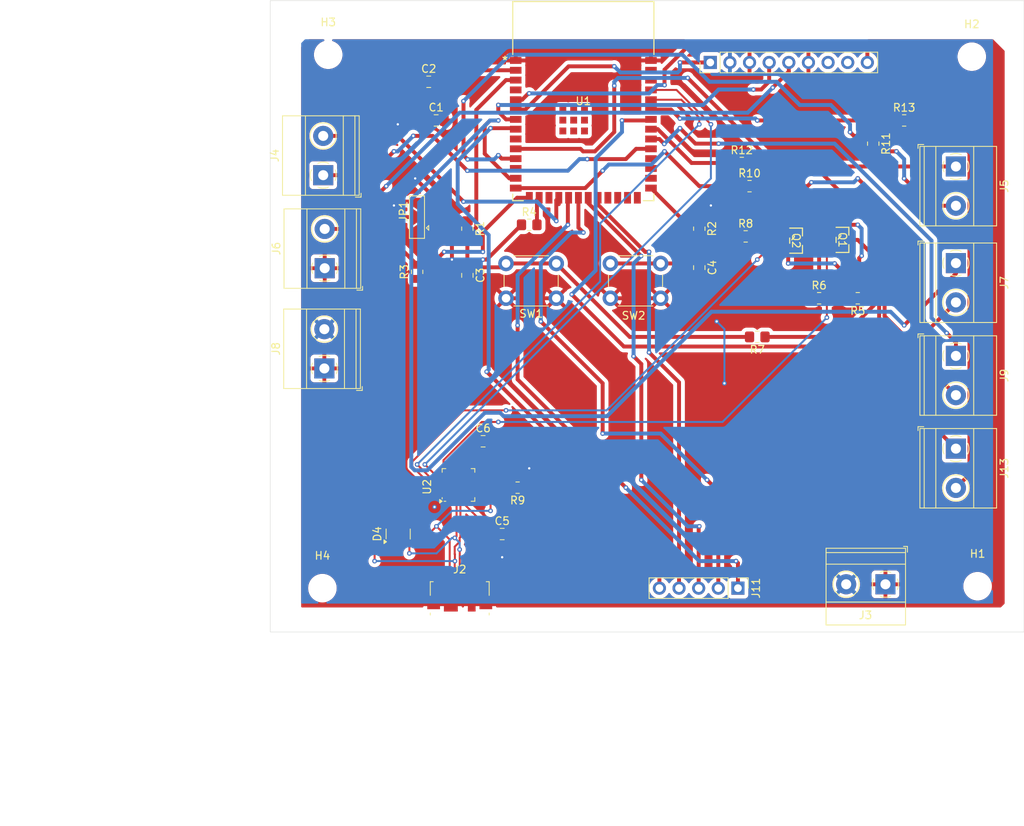
<source format=kicad_pcb>
(kicad_pcb (version 20240108) (generator "pcbnew") (generator_version "8.0")
  (layers (0 "F.Cu" signal) (31 "B.Cu" signal) (34 "B.Paste" user) (35 "F.Paste" user) (36 "B.SilkS" user "B.Silkscreen") (37 "F.SilkS" user "F.Silkscreen") (38 "B.Mask" user) (39 "F.Mask" user) (44 "Edge.Cuts" user))
  (net 0 "")
  (net 1 "+3V3")
  (net 2 "/CHIP_PU")
  (net 3 "/GPIO0_STRAPPING")
  (net 4 "Net-(U2-VPP)")
  (net 5 "+5V")
  (net 6 "GND")
  (net 8 "/UWBINT")
  (net 11 "/D+")
  (net 12 "/D-")
  (net 15 "Net-(U2-~{RST})")
  (net 17 "Net-(JP1-C)")
  (net 18 "/temp_Sensor")
  (net 21 "/pH_Sensor")
  (net 22 "/RTS")
  (net 23 "/DTR")
  (net 24 "/GPIO3_STRAPPING")
  (net 25 "/GPIO46_STRAPPING")
  (net 26 "/MOTOR4PWM")
  (net 29 "/Moisture_Sensor_Output")
  (net 30 "/MOTOR4FG")
  (net 31 "/LINACT+")
  (net 32 "/MOTOR2FG")
  (net 33 "/LINACT-")
  (net 35 "/UWBMOSI")
  (net 36 "/MOTOR1FG")
  (net 37 "/MOTOR1PWM")
  (net 40 "/RXD")
  (net 41 "/UWBMISO")
  (net 44 "/MOTOR3FG")
  (net 45 "/MOTOR2PWM")
  (net 46 "/UWBCLK")
  (net 47 "/TXD")
  (net 48 "/UWBCS")
  (net 50 "/MOTOR3PWM")
  (net 53 "Net-(U1-IO18)")
  (net 63 "+VBUS")
  (net 64 "Net-(Q1-Pad1)")
  (net 65 "Net-(Q2-Pad1)")
  (net 66 "Net-(Q1-Pad3)")
  (net 67 "Net-(Q2-Pad3)")
  (net 68 "Net-(U1-IO42)")
  (net 69 "Net-(U1-IO40)")
  (net 70 "Net-(U1-IO20)")
  (footprint "TerminalBlock_Phoenix:TerminalBlock_Phoenix_MKDS-1,5-2-5.08_1x02_P5.08mm_Horizontal" (layer "F.Cu") (at 37 73.08 90)
    (property "Reference" "J8")
    (property "Value" "Screw_Terminal_01x02")
  )
  (footprint "MountingHole:MountingHole_3.2mm_M3" (layer "F.Cu") (at 37.5 32.5)
    (property "Reference" "H3")
    (property "Value" "MountingHole")
  )
  (footprint "Resistor_SMD:R_0805_2012Metric_Pad1.20x1.40mm_HandSolder" (layer "F.Cu") (at 91.5 56)
    (property "Reference" "R8")
    (property "Value" "10k")
  )
  (footprint "Capacitor_SMD:C_0805_2012Metric_Pad1.18x1.45mm_HandSolder" (layer "F.Cu") (at 51.4625 41)
    (property "Reference" "C1")
    (property "Value" "10 uF")
  )
  (footprint "Resistor_SMD:R_0805_2012Metric_Pad1.20x1.40mm_HandSolder" (layer "F.Cu") (at 106 64 180)
    (property "Reference" "R5")
    (property "Value" "10k")
  )
  (footprint "Resistor_SMD:R_0805_2012Metric_Pad1.20x1.40mm_HandSolder" (layer "F.Cu") (at 62 88.5 180)
    (property "Reference" "R9")
    (property "Value" "4.7k")
  )
  (footprint "SS8050-G:TRAN_SS8050-G_CIP" (layer "F.Cu") (at 104.020999 56.450001 -90)
    (property "Reference" "Q1")
    (property "Value" "SS8050-G")
  )
  (footprint "Capacitor_SMD:C_0805_2012Metric_Pad1.18x1.45mm_HandSolder" (layer "F.Cu") (at 57.5375 82.5)
    (property "Reference" "C6")
    (property "Value" "4.7uF")
  )
  (footprint "TerminalBlock_Phoenix:TerminalBlock_Phoenix_MKDS-1,5-2-5.08_1x02_P5.08mm_Horizontal" (layer "F.Cu") (at 118.695 71.455 -90)
    (property "Reference" "J9")
    (property "Value" "MOTOR3SIGNAL")
  )
  (footprint "MountingHole:MountingHole_3.2mm_M3" (layer "F.Cu") (at 120.75 32.75)
    (property "Reference" "H2")
    (property "Value" "MountingHole")
  )
  (footprint "Resistor_SMD:R_0805_2012Metric_Pad1.20x1.40mm_HandSolder" (layer "F.Cu") (at 91 46.5)
    (property "Reference" "R12")
    (property "Value" "5k")
  )
  (footprint "Package_TO_SOT_SMD:SOT-143" (layer "F.Cu") (at 46.55 94.5 90)
    (property "Reference" "D4")
    (property "Value" "SP0503BAHT")
  )
  (footprint "TerminalBlock_Phoenix:TerminalBlock_Phoenix_MKDS-1,5-2-5.08_1x02_P5.08mm_Horizontal" (layer "F.Cu") (at 37.045 60.115 90)
    (property "Reference" "J6")
    (property "Value" "Screw_Terminal_01x02")
  )
  (footprint "Connector_USB:USB_Micro-B_Molex_47346-0001" (layer "F.Cu") (at 54.5125 102.375)
    (property "Reference" "J2")
    (property "Value" "USB_B_Micro")
  )
  (footprint "Capacitor_SMD:C_0805_2012Metric_Pad1.18x1.45mm_HandSolder" (layer "F.Cu") (at 55.5 61.0375 -90)
    (property "Reference" "C3")
    (property "Value" "1 uF")
  )
  (footprint "Resistor_SMD:R_0805_2012Metric_Pad1.20x1.40mm_HandSolder" (layer "F.Cu") (at 92 49.5)
    (property "Reference" "R10")
    (property "Value" "5k")
  )
  (footprint "Resistor_SMD:R_0805_2012Metric_Pad1.20x1.40mm_HandSolder" (layer "F.Cu") (at 93 69 180)
    (property "Reference" "R7")
    (property "Value" "10k")
  )
  (footprint "TerminalBlock_Phoenix:TerminalBlock_Phoenix_MKDS-1,5-2-5.08_1x02_P5.08mm_Horizontal" (layer "F.Cu") (at 109.58 101 180)
    (property "Reference" "J3")
    (property "Value" "Moisture_Power")
  )
  (footprint "Resistor_SMD:R_0805_2012Metric_Pad1.20x1.40mm_HandSolder" (layer "F.Cu") (at 55.5 55 -90)
    (property "Reference" "R1")
    (property "Value" "100k")
  )
  (footprint "Package_DFN_QFN:QFN-24-1EP_4x4mm_P0.5mm_EP2.6x2.6mm" (layer "F.Cu") (at 54.35 88.15 90)
    (property "Reference" "U2")
    (property "Value" "CP2104")
  )
  (footprint "Capacitor_SMD:C_0805_2012Metric_Pad1.18x1.45mm_HandSolder" (layer "F.Cu") (at 50.5 36)
    (property "Reference" "C2")
    (property "Value" "100 uF")
  )
  (footprint "Connector_PinHeader_2.54mm:PinHeader_1x05_P2.54mm_Vertical" (layer "F.Cu") (at 90.5 101.5 -90)
    (property "Reference" "J11")
    (property "Value" "UWB SIGNALS")
  )
  (footprint "Resistor_SMD:R_0805_2012Metric_Pad1.20x1.40mm_HandSolder" (layer "F.Cu") (at 101 64)
    (property "Reference" "R6")
    (property "Value" "10k")
  )
  (footprint "TerminalBlock_Phoenix:TerminalBlock_Phoenix_MKDS-1,5-2-5.08_1x02_P5.08mm_Horizontal" (layer "F.Cu") (at 118.695 46.955 -90)
    (property "Reference" "J5")
    (property "Value" "MOTOR1SIGNAL")
  )
  (footprint "Capacitor_SMD:C_0805_2012Metric_Pad1.18x1.45mm_HandSolder" (layer "F.Cu") (at 60 94.5)
    (property "Reference" "C5")
    (property "Value" "10uF")
  )
  (footprint "MountingHole:MountingHole_3.2mm_M3" (layer "F.Cu") (at 36.75 101.5)
    (property "Reference" "H4")
    (property "Value" "MountingHole")
  )
  (footprint "Button_Switch_THT:SW_PUSH_6mm_H5mm" (layer "F.Cu") (at 80.5 64 180)
    (property "Reference" "SW2")
    (property "Value" "SW_Push")
  )
  (footprint "TerminalBlock_Phoenix:TerminalBlock_Phoenix_MKDS-1,5-2-5.08_1x02_P5.08mm_Horizontal" (layer "F.Cu") (at 36.85 48.08 90)
    (property "Reference" "J4")
    (property "Value" "LINEAR ACTUATOR SIGNAL")
  )
  (footprint "TerminalBlock_Phoenix:TerminalBlock_Phoenix_MKDS-1,5-2-5.08_1x02_P5.08mm_Horizontal" (layer "F.Cu") (at 118.695 83.455 -90)
    (property "Reference" "J13")
    (property "Value" "MOTOR4SIGNAL")
  )
  (footprint "TerminalBlock_Phoenix:TerminalBlock_Phoenix_MKDS-1,5-2-5.08_1x02_P5.08mm_Horizontal" (layer "F.Cu") (at 118.695 59.455 -90)
    (property "Reference" "J7")
    (property "Value" "MOTOR2SIGNAL")
  )
  (footprint "Resistor_SMD:R_0805_2012Metric_Pad1.20x1.40mm_HandSolder" (layer "F.Cu") (at 63.5 54.5)
    (property "Reference" "R4")
    (property "Value" "1k")
  )
  (footprint "ESP32:ESP32-S3-WROOM-1_EXP" (layer "F.Cu") (at 70.5 38.5)
    (property "Reference" "U1")
    (property "Value" "ESP32-S3-WROOM-1")
  )
  (footprint "Button_Switch_THT:SW_PUSH_6mm_H5mm" (layer "F.Cu") (at 67 64 180)
    (property "Reference" "SW1")
    (property "Value" "SW_Push")
  )
  (footprint "Jumper:SolderJumper-3_P2.0mm_Open_TrianglePad1.0x1.5mm" (layer "F.Cu") (at 49 53.5 90)
    (property "Reference" "JP1")
    (property "Value" "SolderJumper_3_Open")
  )
  (footprint "MountingHole:MountingHole_3.2mm_M3" (layer "F.Cu") (at 121.5 101.25)
    (property "Reference" "H1")
    (property "Value" "MountingHole")
  )
  (footprint "Connector_PinHeader_2.54mm:PinHeader_1x09_P2.54mm_Vertical" (layer "F.Cu") (at 86.92 33.5 90)
    (property "Reference" "J10" (hide yes))
    (property "Value" "SENSORS")
  )
  (footprint "Resistor_SMD:R_0805_2012Metric_Pad1.20x1.40mm_HandSolder" (layer "F.Cu") (at 112 41)
    (property "Reference" "R13")
    (property "Value" "5k")
  )
  (footprint "Capacitor_SMD:C_0805_2012Metric_Pad1.18x1.45mm_HandSolder" (layer "F.Cu") (at 85.5 60.0375 -90)
    (property "Reference" "C4")
    (property "Value" "1 uF")
  )
  (footprint "Resistor_SMD:R_0805_2012Metric_Pad1.20x1.40mm_HandSolder" (layer "F.Cu") (at 85.5 55 -90)
    (property "Reference" "R2")
    (property "Value" "100k")
  )
  (footprint "Resistor_SMD:R_0805_2012Metric_Pad1.20x1.40mm_HandSolder" (layer "F.Cu") (at 108 44 -90)
    (property "Reference" "R11")
    (property "Value" "5k")
  )
  (footprint "Resistor_SMD:R_0805_2012Metric" (layer "F.Cu") (at 49 60.5875 90)
    (property "Reference" "R3")
    (property "Value" "1k")
  )
  (footprint "SS8050-G:TRAN_SS8050-G_CIP" (layer "F.Cu") (at 98.020999 56.549999 -90)
    (property "Reference" "Q2")
    (property "Value" "SS8050-G")
  )
  (gr_rect (start 30 25.5) (end 127.5 107.171109) (stroke (width 0.05)) (fill none) (layer "Edge.Cuts"))
  (segment (start 85.5 53.5) (end 87 52) (width 0.508) (layer "F.Cu") (net 1))
  (segment (start 55.1 90.0875) (end 55.6 90.0875) (width 0.254) (layer "F.Cu") (net 1))
  (segment (start 58.9625 94.5) (end 55.1 90.6375) (width 0.254) (layer "F.Cu") (net 1))
  (segment (start 85.5 54) (end 85.5 53.5) (width 0.508) (layer "F.Cu") (net 1))
  (segment (start 55.1 90.6375) (end 55.1 90.0875) (width 0.254) (layer "F.Cu") (net 1))
  (segment (start 55.6 90.0875) (end 56.2875 89.4) (width 0.254) (layer "F.Cu") (net 1))
  (segment (start 53.375 53.125) (end 48.75 48.5) (width 0.508) (layer "F.Cu") (net 1))
  (segment (start 63 88.5) (end 63 86.5) (width 0.254) (layer "F.Cu") (net 1))
  (segment (start 61.75 34.51) (end 50.9525 34.51) (width 0.508) (layer "F.Cu") (net 1))
  (segment (start 46.5 51.5) (end 46 52) (width 0.508) (layer "F.Cu") (net 1))
  (segment (start 49 51.5) (end 46.5 51.5) (width 0.508) (layer "F.Cu") (net 1))
  (segment (start 49.4625 36) (end 49.4625 40.0375) (width 0.508) (layer "F.Cu") (net 1))
  (segment (start 50.425 41) (end 47 41) (width 0.508) (layer "F.Cu") (net 1))
  (segment (start 55.5 54) (end 54.25 54) (width 0.508) (layer "F.Cu") (net 1))
  (segment (start 54.25 54) (end 53.375 53.125) (width 0.508) (layer "F.Cu") (net 1))
  (segment (start 57.5 59) (end 58 59) (width 0.508) (layer "F.Cu") (net 1))
  (segment (start 58.9625 94.5) (end 58.9625 96.4625) (width 0.254) (layer "F.Cu") (net 1))
  (segment (start 47 41) (end 46.5 41.5) (width 0.508) (layer "F.Cu") (net 1))
  (segment (start 49.4625 40.0375) (end 50.425 41) (width 0.508) (layer "F.Cu") (net 1))
  (segment (start 50.9525 34.51) (end 49.4625 36) (width 0.508) (layer "F.Cu") (net 1))
  (segment (start 53.5 59) (end 53.5 53.25) (width 0.508) (layer "F.Cu") (net 1))
  (segment (start 58 59) (end 62.5 54.5) (width 0.508) (layer "F.Cu") (net 1))
  (segment (start 58.9625 96.4625) (end 60 97.5) (width 0.254) (layer "F.Cu") (net 1))
  (segment (start 53.5 53.25) (end 53.375 53.125) (width 0.508) (layer "F.Cu") (net 1))
  (segment (start 63 86.5) (end 63.5 86) (width 0.254) (layer "F.Cu") (net 1))
  (via (at 87 52) (size 0.6) (drill 0.3) (layers "F.Cu" "B.Cu") (net 1))
  (via (at 60 97.5) (size 0.6) (drill 0.3) (layers "F.Cu" "B.Cu") (net 1))
  (via (at 53.5 59) (size 0.6) (drill 0.3) (layers "F.Cu" "B.Cu") (net 1))
  (via (at 46.5 41.5) (size 0.6) (drill 0.3) (layers "F.Cu" "B.Cu") (net 1))
  (via (at 63.5 86) (size 0.6) (drill 0.3) (layers "F.Cu" "B.Cu") (net 1))
  (via (at 57.5 59) (size 0.6) (drill 0.3) (layers "F.Cu" "B.Cu") (net 1))
  (via (at 48.75 48.5) (size 0.6) (drill 0.3) (layers "F.Cu" "B.Cu") (net 1))
  (via (at 46 52) (size 0.6) (drill 0.3) (layers "F.Cu" "B.Cu") (net 1))
  (segment (start 57.5 59) (end 53.5 59) (width 0.508) (layer "B.Cu") (net 1))
  (segment (start 55.5 60) (end 60 60) (width 0.508) (layer "F.Cu") (net 2))
  (segment (start 55.5 60) (end 55.5 56) (width 0.508) (layer "F.Cu") (net 2))
  (segment (start 55.5 56) (end 56.654 54.846) (width 0.508) (layer "F.Cu") (net 2))
  (segment (start 56.654 54.846) (end 56.654 39.6187) (width 0.508) (layer "F.Cu") (net 2))
  (segment (start 56.654 39.6187) (end 60.4927 35.78) (width 0.508) (layer "F.Cu") (net 2))
  (segment (start 76.5 69) (end 67 59.5) (width 0.508) (layer "F.Cu") (net 2))
  (segment (start 92 69) (end 76.5 69) (width 0.508) (layer "F.Cu") (net 2))
  (segment (start 60.5 59.5) (end 67 59.5) (width 0.508) (layer "F.Cu") (net 2))
  (segment (start 60.4927 35.78) (end 61.75 35.78) (width 0.508) (layer "F.Cu") (net 2))
  (segment (start 60 60) (end 60.5 59.5) (width 0.508) (layer "F.Cu") (net 2))
  (segment (start 84.5 59) (end 84 59.5) (width 0.508) (layer "F.Cu") (net 3))
  (segment (start 74 59.5) (end 80.5 59.5) (width 0.508) (layer "F.Cu") (net 3))
  (segment (start 85.5 56) (end 79.25 49.75) (width 0.508) (layer "F.Cu") (net 3))
  (segment (start 84 59.5) (end 80.5 59.5) (width 0.508) (layer "F.Cu") (net 3))
  (segment (start 90.5 56) (end 85.5 56) (width 0.508) (layer "F.Cu") (net 3))
  (segment (start 85.5 59) (end 84.5 59) (width 0.508) (layer "F.Cu") (net 3))
  (segment (start 85.5 56) (end 85.5 59) (width 0.508) (layer "F.Cu") (net 3))
  (segment (start 55.847432 82.5) (end 54.1 84.247432) (width 0.254) (layer "F.Cu") (net 4))
  (segment (start 54.1 84.247432) (end 54.1 86.2125) (width 0.254) (layer "F.Cu") (net 4))
  (segment (start 56.5 82.5) (end 55.847432 82.5) (width 0.254) (layer "F.Cu") (net 4))
  (segment (start 97.08 34.674) (end 95 36.754) (width 0.508) (layer "F.Cu") (net 5))
  (segment (start 97.08 33.5) (end 97.08 34.674) (width 0.508) (layer "F.Cu") (net 5))
  (segment (start 39.465 55.035) (end 45 49.5) (width 0.508) (layer "F.Cu") (net 5))
  (segment (start 37.045 55.035) (end 39.465 55.035) (width 0.508) (layer "F.Cu") (net 5))
  (via (at 45 49.5) (size 0.6) (drill 0.3) (layers "F.Cu" "B.Cu") (net 5))
  (via (at 95 36.754) (size 0.6) (drill 0.3) (layers "F.Cu" "B.Cu") (net 5))
  (segment (start 91.754 40) (end 54.5 40) (width 0.508) (layer "B.Cu") (net 5))
  (segment (start 45 49.5) (end 54.5 40) (width 0.508) (layer "B.Cu") (net 5))
  (segment (start 95 36.754) (end 91.754 40) (width 0.508) (layer "B.Cu") (net 5))
  (segment (start 53.6 90.0875) (end 53.6 90.552568) (width 0.254) (layer "F.Cu") (net 6))
  (segment (start 74 64) (end 80.5 64) (width 0.508) (layer "F.Cu") (net 6))
  (segment (start 54.35 88.15) (end 53.6 88.9) (width 0.254) (layer "F.Cu") (net 6))
  (segment (start 53.6 90.552568) (end 53.152568 91) (width 0.254) (layer "F.Cu") (net 6))
  (segment (start 60.5 64) (end 67 64) (width 0.508) (layer "F.Cu") (net 6))
  (segment (start 53.152568 91) (end 51.25 91) (width 0.254) (layer "F.Cu") (net 6))
  (segment (start 53.6 88.9) (end 53.6 90.0875) (width 0.254) (layer "F.Cu") (net 6))
  (via (at 88.75 75) (size 0.6) (drill 0.3) (layers "F.Cu" "B.Cu") (net 6))
  (via (at 87.75 67) (size 0.6) (drill 0.3) (layers "F.Cu" "B.Cu") (net 6))
  (via (at 51.25 91) (size 0.6) (drill 0.3) (layers "F.Cu" "B.Cu") (net 6))
  (segment (start 87.75 67) (end 88.75 68) (width 0.254) (layer "B.Cu") (net 6))
  (segment (start 88.75 68) (end 88.75 75) (width 0.254) (layer "B.Cu") (net 6))
  (segment (start 80.34 101.5) (end 80.34 95.84) (width 0.508) (layer "F.Cu") (net 8))
  (segment (start 61.62 42) (end 61.75 42.13) (width 0.508) (layer "F.Cu") (net 8))
  (segment (start 80.34 95.84) (end 58 73.5) (width 0.508) (layer "F.Cu") (net 8))
  (segment (start 58.5 42) (end 61.62 42) (width 0.508) (layer "F.Cu") (net 8))
  (via (at 58.5 42) (size 0.6) (drill 0.3) (layers "F.Cu" "B.Cu") (net 8))
  (via (at 58 73.5) (size 0.6) (drill 0.3) (layers "F.Cu" "B.Cu") (net 8))
  (segment (start 58.254 55.820318) (end 54.246 51.812318) (width 0.508) (layer "B.Cu") (net 8))
  (segment (start 54.246 51.812318) (end 54.246 46.254) (width 0.508) (layer "B.Cu") (net 8))
  (segment (start 58.254 73.246) (end 58.254 55.820318) (width 0.508) (layer "B.Cu") (net 8))
  (segment (start 58 73.5) (end 58.254 73.246) (width 0.508) (layer "B.Cu") (net 8))
  (segment (start 54.246 46.254) (end 58.5 42) (width 0.508) (layer "B.Cu") (net 8))
  (segment (start 48 96) (end 47.5 95.5) (width 0.254) (layer "F.Cu") (net 11))
  (segment (start 54.1 94.776722) (end 54.1 90.0875) (width 0.254) (layer "F.Cu") (net 11))
  (segment (start 48 97) (end 48 96) (width 0.254) (layer "F.Cu") (net 11))
  (segment (start 54.5125 100.915) (end 54.5125 96.5125) (width 0.254) (layer "F.Cu") (net 11))
  (segment (start 53.873 95.003722) (end 54.1 94.776722) (width 0.254) (layer "F.Cu") (net 11))
  (segment (start 54.5125 96.5125) (end 54.5 96.5) (width 0.254) (layer "F.Cu") (net 11))
  (via (at 48 97) (size 0.6) (drill 0.3) (layers "F.Cu" "B.Cu") (net 11))
  (via (at 53.873 95.003722) (size 0.6) (drill 0.3) (layers "F.Cu" "B.Cu") (net 11))
  (via (at 54.5 96.5) (size 0.6) (drill 0.3) (layers "F.Cu" "B.Cu") (net 11))
  (segment (start 54.5 95.630722) (end 53.873 95.003722) (width 0.254) (layer "B.Cu") (net 11))
  (segment (start 51.507444 97) (end 48 97) (width 0.254) (layer "B.Cu") (net 11))
  (segment (start 53.503722 95.003722) (end 51.507444 97) (width 0.254) (layer "B.Cu") (net 11))
  (segment (start 53.873 95.003722) (end 53.503722 95.003722) (width 0.254) (layer "B.Cu") (net 11))
  (segment (start 54.5 96.5) (end 54.5 95.630722) (width 0.254) (layer "B.Cu") (net 11))
  (segment (start 43 93) (end 44 92) (width 0.254) (layer "F.Cu") (net 12))
  (segment (start 53.8625 97.0915) (end 53.8625 96.1375) (width 0.254) (layer "F.Cu") (net 12))
  (segment (start 53.8855 97.1145) (end 53.8625 97.0915) (width 0.254) (layer "F.Cu") (net 12))
  (segment (start 46 92) (end 47.5 93.5) (width 0.254) (layer "F.Cu") (net 12))
  (segment (start 53.8625 98.023) (end 53.8855 98) (width 0.254) (layer "F.Cu") (net 12))
  (segment (start 53.8625 96.1375) (end 54.5 95.5) (width 0.254) (layer "F.Cu") (net 12))
  (segment (start 54.5 95) (end 54.6 94.9) (width 0.254) (layer "F.Cu") (net 12))
  (segment (start 43.5 98) (end 43.5 95.5) (width 0.254) (layer "F.Cu") (net 12))
  (segment (start 54.5 95.5) (end 54.5 95) (width 0.254) (layer "F.Cu") (net 12))
  (segment (start 44 92) (end 46 92) (width 0.254) (layer "F.Cu") (net 12))
  (segment (start 43 95) (end 43 93) (width 0.254) (layer "F.Cu") (net 12))
  (segment (start 43.5 95.5) (end 43 95) (width 0.254) (layer "F.Cu") (net 12))
  (segment (start 53.8625 100.915) (end 53.8625 98.023) (width 0.254) (layer "F.Cu") (net 12))
  (segment (start 53.8855 98) (end 53.8855 97.1145) (width 0.254) (layer "F.Cu") (net 12))
  (segment (start 54.6 94.9) (end 54.6 90.0875) (width 0.254) (layer "F.Cu") (net 12))
  (via (at 43.5 98) (size 0.6) (drill 0.3) (layers "F.Cu" "B.Cu") (net 12))
  (via (at 53.8855 98) (size 0.6) (drill 0.3) (layers "F.Cu" "B.Cu") (net 12))
  (segment (start 53.8855 98) (end 43.5 98) (width 0.254) (layer "B.Cu") (net 12))
  (segment (start 60.5 88.5) (end 60.4 88.4) (width 0.254) (layer "F.Cu") (net 15))
  (segment (start 61 88.5) (end 60.5 88.5) (width 0.254) (layer "F.Cu") (net 15))
  (segment (start 60.4 88.4) (end 56.2875 88.4) (width 0.254) (layer "F.Cu") (net 15))
  (segment (start 47 53.5) (end 49 53.5) (width 0.508) (layer "F.Cu") (net 17))
  (segment (start 46.5 57.175) (end 49 59.675) (width 0.508) (layer "F.Cu") (net 17))
  (segment (start 46.5 54) (end 47 53.5) (width 0.508) (layer "F.Cu") (net 17))
  (segment (start 46.5 54) (end 46.5 57.175) (width 0.508) (layer "F.Cu") (net 17))
  (segment (start 59.5 39.8673) (end 60.4927 40.86) (width 0.508) (layer "F.Cu") (net 18))
  (segment (start 94.54 35.96) (end 93.5 37) (width 0.508) (layer "F.Cu") (net 18))
  (segment (start 94.54 33.5) (end 94.54 35.96) (width 0.508) (layer "F.Cu") (net 18))
  (segment (start 93.5 37) (end 92.5 37) (width 0.508) (layer "F.Cu") (net 18))
  (segment (start 60.4927 40.86) (end 61.75 40.86) (width 0.508) (layer "F.Cu") (net 18))
  (segment (start 59.5 39) (end 59.5 39.8673) (width 0.508) (layer "F.Cu") (net 18))
  (via (at 92.5 37) (size 0.6) (drill 0.3) (layers "F.Cu" "B.Cu") (net 18))
  (via (at 59.5 39) (size 0.6) (drill 0.3) (layers "F.Cu" "B.Cu") (net 18))
  (segment (start 88 37) (end 86 39) (width 0.508) (layer "B.Cu") (net 18))
  (segment (start 86 39) (end 59.5 39) (width 0.508) (layer "B.Cu") (net 18))
  (segment (start 92.5 37) (end 88 37) (width 0.508) (layer "B.Cu") (net 18))
  (segment (start 68.5973 34) (end 63.0073 39.59) (width 0.508) (layer "F.Cu") (net 21))
  (segment (start 63.0073 39.59) (end 61.75 39.59) (width 0.508) (layer "F.Cu") (net 21))
  (segment (start 74.5 34) (end 68.5973 34) (width 0.508) (layer "F.Cu") (net 21))
  (segment (start 86.92 33.5) (end 83 33.5) (width 0.508) (layer "F.Cu") (net 21))
  (via (at 83 33.5) (size 0.6) (drill 0.3) (layers "F.Cu" "B.Cu") (net 21))
  (via (at 74.5 34) (size 0.6) (drill 0.3) (layers "F.Cu" "B.Cu") (net 21))
  (segment (start 75.292 34.792) (end 74.5 34) (width 0.508) (layer "B.Cu") (net 21))
  (segment (start 83 34.5) (end 82.708 34.792) (width 0.508) (layer "B.Cu") (net 21))
  (segment (start 82.708 34.792) (end 75.292 34.792) (width 0.508) (layer "B.Cu") (net 21))
  (segment (start 83 33.5) (end 83 34.5) (width 0.508) (layer "B.Cu") (net 21))
  (segment (start 52.4125 84.952072) (end 57.364572 80) (width 0.254) (layer "F.Cu") (net 22))
  (segment (start 102 64) (end 102 63.5) (width 0.508) (layer "F.Cu") (net 22))
  (segment (start 57.364572 80) (end 59.5 80) (width 0.254) (layer "F.Cu") (net 22))
  (segment (start 52.4125 86.9) (end 52.4125 84.952072) (width 0.254) (layer "F.Cu") (net 22))
  (segment (start 102 58.400002) (end 103 57.400002) (width 0.254) (layer "F.Cu") (net 22))
  (segment (start 102 66.5) (end 102 64) (width 0.254) (layer "F.Cu") (net 22))
  (segment (start 102 64) (end 102 58.400002) (width 0.254) (layer "F.Cu") (net 22))
  (via (at 59.5 80) (size 0.6) (drill 0.3) (layers "F.Cu" "B.Cu") (net 22))
  (via (at 102 66.5) (size 0.6) (drill 0.3) (layers "F.Cu" "B.Cu") (net 22))
  (segment (start 59.5 80) (end 88.5 80) (width 0.254) (layer "B.Cu") (net 22))
  (segment (start 88.5 80) (end 102 66.5) (width 0.254) (layer "B.Cu") (net 22))
  (segment (start 48.373 85.759712) (end 48.373 85.127) (width 0.254) (layer "F.Cu") (net 23))
  (segment (start 105 64) (end 105 61.5) (width 0.508) (layer "F.Cu") (net 23))
  (segment (start 48.373 85.127) (end 55 78.5) (width 0.254) (layer "F.Cu") (net 23))
  (segment (start 52.4125 88.9) (end 51.513288 88.9) (width 0.254) (layer "F.Cu") (net 23))
  (segment (start 105 61.5) (end 103 59.5) (width 0.508) (layer "F.Cu") (net 23))
  (segment (start 93 59) (end 94.5 57.5) (width 0.254) (layer "F.Cu") (net 23))
  (segment (start 51.513288 88.9) (end 48.373 85.759712) (width 0.254) (layer "F.Cu") (net 23))
  (segment (start 55 78.5) (end 60.5 78.5) (width 0.254) (layer "F.Cu") (net 23))
  (segment (start 94.5 57.5) (end 97 57.5) (width 0.254) (layer "F.Cu") (net 23))
  (segment (start 97 59.5) (end 97 57.5) (width 0.508) (layer "F.Cu") (net 23))
  (via (at 103 59.5) (size 0.6) (drill 0.3) (layers "F.Cu" "B.Cu") (net 23))
  (via (at 93 59) (size 0.6) (drill 0.3) (layers "F.Cu" "B.Cu") (net 23))
  (via (at 60.5 78.5) (size 0.6) (drill 0.3) (layers "F.Cu" "B.Cu") (net 23))
  (via (at 97 59.5) (size 0.6) (drill 0.3) (layers "F.Cu" "B.Cu") (net 23))
  (segment (start 92 60) (end 93 59) (width 0.254) (layer "B.Cu") (net 23))
  (segment (start 73.5 78.5) (end 92 60) (width 0.254) (layer "B.Cu") (net 23))
  (segment (start 60.5 78.5) (end 73.5 78.5) (width 0.254) (layer "B.Cu") (net 23))
  (segment (start 103 59.5) (end 97 59.5) (width 0.508) (layer "B.Cu") (net 23))
  (segment (start 61.933682 51) (end 63.515 51) (width 0.508) (layer "F.Cu") (net 24))
  (segment (start 57.5 55.433682) (end 61.933682 51) (width 0.508) (layer "F.Cu") (net 24))
  (segment (start 57.5 58) (end 57.5 55.433682) (width 0.508) (layer "F.Cu") (net 24))
  (segment (start 49 61.5) (end 52.5 58) (width 0.508) (layer "F.Cu") (net 24))
  (via (at 57.5 58) (size 0.6) (drill 0.3) (layers "F.Cu" "B.Cu") (net 24))
  (via (at 52.5 58) (size 0.6) (drill 0.3) (layers "F.Cu" "B.Cu") (net 24))
  (segment (start 52.5 58) (end 57.5 58) (width 0.508) (layer "B.Cu") (net 24))
  (segment (start 64.5 51.285) (end 64.785 51) (width 0.508) (layer "F.Cu") (net 25))
  (segment (start 64.5 54.5) (end 64.5 51.285) (width 0.508) (layer "F.Cu") (net 25))
  (segment (start 118.695 83.455) (end 105.486 70.246) (width 0.508) (layer "F.Cu") (net 26))
  (segment (start 75.746 70.246) (end 69 63.5) (width 0.508) (layer "F.Cu") (net 26))
  (segment (start 105.486 70.246) (end 75.746 70.246) (width 0.508) (layer "F.Cu") (net 26))
  (segment (start 79.11 41) (end 79.25 40.86) (width 0.508) (layer "F.Cu") (net 26))
  (segment (start 75.5 41) (end 79.11 41) (width 0.508) (layer "F.Cu") (net 26))
  (via (at 75.5 41) (size 0.6) (drill 0.3) (layers "F.Cu" "B.Cu") (net 26))
  (via (at 69 63.5) (size 0.6) (drill 0.3) (layers "F.Cu" "B.Cu") (net 26))
  (segment (start 75.5 41) (end 75.5 42.5) (width 0.508) (layer "B.Cu") (net 26))
  (segment (start 75.5 42.5) (end 72.092 45.908) (width 0.508) (layer "B.Cu") (net 26))
  (segment (start 72.092 45.908) (end 72.092 60.408) (width 0.508) (layer "B.Cu") (net 26))
  (segment (start 72.092 60.408) (end 69 63.5) (width 0.508) (layer "B.Cu") (net 26))
  (segment (start 63.5 37.5) (end 63.4018 37.5) (width 0.508) (layer "F.Cu") (net 29))
  (segment (start 81 34.433682) (end 81 36.423) (width 0.508) (layer "F.Cu") (net 29))
  (segment (start 106.5 31) (end 84.433682 31) (width 0.508) (layer "F.Cu") (net 29))
  (segment (start 63.4018 37.5) (end 62.5818 38.32) (width 0.508) (layer "F.Cu") (net 29))
  (segment (start 107.24 31.74) (end 106.5 31) (width 0.508) (layer "F.Cu") (net 29))
  (segment (start 84.433682 31) (end 81 34.433682) (width 0.508) (layer "F.Cu") (net 29))
  (segment (start 62.5818 38.32) (end 61.75 38.32) (width 0.508) (layer "F.Cu") (net 29))
  (segment (start 107.24 33.5) (end 107.24 31.74) (width 0.508) (layer "F.Cu") (net 29))
  (via (at 63.5 37.5) (size 0.6) (drill 0.3) (layers "F.Cu" "B.Cu") (net 29))
  (via (at 81 36.423) (size 0.6) (drill 0.3) (layers "F.Cu" "B.Cu") (net 29))
  (segment (start 79 37.5) (end 63.5 37.5) (width 0.508) (layer "B.Cu") (net 29))
  (segment (start 80.077 36.423) (end 79 37.5) (width 0.508) (layer "B.Cu") (net 29))
  (segment (start 81 36.423) (end 80.077 36.423) (width 0.508) (layer "B.Cu") (net 29))
  (segment (start 120.449 86.781) (end 120.449 45.201) (width 0.508) (layer "F.Cu") (net 30))
  (segment (start 118.695 88.535) (end 120.449 86.781) (width 0.508) (layer "F.Cu") (net 30))
  (segment (start 120.449 45.201) (end 116.248 41) (width 0.508) (layer "F.Cu") (net 30))
  (segment (start 116.248 41) (end 113 41) (width 0.508) (layer "F.Cu") (net 30))
  (segment (start 51 43) (end 55.5 47.5) (width 0.508) (layer "F.Cu") (net 31))
  (segment (start 36.85 48.08) (end 42.92 48.08) (width 0.508) (layer "F.Cu") (net 31))
  (segment (start 71 46) (end 76 46) (width 0.508) (layer "F.Cu") (net 31))
  (segment (start 48.5 43) (end 51 43) (width 0.508) (layer "F.Cu") (net 31))
  (segment (start 77.33 44.67) (end 79.25 44.67) (width 0.508) (layer "F.Cu") (net 31))
  (segment (start 42.92 48.08) (end 46 45) (width 0.508) (layer "F.Cu") (net 31))
  (segment (start 76 46) (end 77.33 44.67) (width 0.508) (layer "F.Cu") (net 31))
  (via (at 46 45) (size 0.6) (drill 0.3) (layers "F.Cu" "B.Cu") (net 31))
  (via (at 71 46) (size 0.6) (drill 0.3) (layers "F.Cu" "B.Cu") (net 31))
  (via (at 48.5 43) (size 0.6) (drill 0.3) (layers "F.Cu" "B.Cu") (net 31))
  (via (at 55.5 47.5) (size 0.6) (drill 0.3) (layers "F.Cu" "B.Cu") (net 31))
  (segment (start 70 46) (end 71 46) (width 0.508) (layer "B.Cu") (net 31))
  (segment (start 46.5 45) (end 48.5 43) (width 0.508) (layer "B.Cu") (net 31))
  (segment (start 46 45) (end 46.5 45) (width 0.508) (layer "B.Cu") (net 31))
  (segment (start 55.5 47.5) (end 68.5 47.5) (width 0.508) (layer "B.Cu") (net 31))
  (segment (start 68.5 47.5) (end 70 46) (width 0.508) (layer "B.Cu") (net 31))
  (segment (start 112.661264 69.5) (end 109.470724 66.30946) (width 0.508) (layer "F.Cu") (net 32))
  (segment (start 113.73 69.5) (end 112.661264 69.5) (width 0.508) (layer "F.Cu") (net 32))
  (segment (start 109.470724 51.970724) (end 106 48.5) (width 0.508) (layer "F.Cu") (net 32))
  (segment (start 100 49) (end 99.5 49.5) (width 0.508) (layer "F.Cu") (net 32))
  (segment (start 118.695 64.535) (end 113.73 69.5) (width 0.508) (layer "F.Cu") (net 32))
  (segment (start 109.470724 66.30946) (end 109.470724 51.970724) (width 0.508) (layer "F.Cu") (net 32))
  (segment (start 99.5 49.5) (end 93 49.5) (width 0.508) (layer "F.Cu") (net 32))
  (via (at 106 48.5) (size 0.6) (drill 0.3) (layers "F.Cu" "B.Cu") (net 32))
  (via (at 100 49) (size 0.6) (drill 0.3) (layers "F.Cu" "B.Cu") (net 32))
  (segment (start 106 48.5) (end 105.5 49) (width 0.508) (layer "B.Cu") (net 32))
  (segment (start 105.5 49) (end 100 49) (width 0.508) (layer "B.Cu") (net 32))
  (segment (start 67.325 51.8318) (end 67.325 51) (width 0.508) (layer "F.Cu") (net 33))
  (segment (start 36.85 43) (end 46.5 43) (width 0.508) (layer "F.Cu") (net 33))
  (segment (start 46.5 43) (end 55 51.5) (width 0.508) (layer "F.Cu") (net 33))
  (segment (start 67 51.325) (end 67.325 51) (width 0.508) (layer "F.Cu") (net 33))
  (segment (start 67 54) (end 67 51.325) (width 0.508) (layer "F.Cu") (net 33))
  (via (at 55 51.5) (size 0.6) (drill 0.3) (layers "F.Cu" "B.Cu") (net 33))
  (via (at 67 54) (size 0.6) (drill 0.3) (layers "F.Cu" "B.Cu") (net 33))
  (segment (start 64.5 51.5) (end 67 54) (width 0.508) (layer "B.Cu") (net 33))
  (segment (start 55 51.5) (end 64.5 51.5) (width 0.508) (layer "B.Cu") (net 33))
  (segment (start 68.5 54.5) (end 68.5 51.095) (width 0.508) (layer "F.Cu") (net 35))
  (segment (start 90.5 98.25) (end 90.25 98) (width 0.508) (layer "F.Cu") (net 35))
  (segment (start 62 74.5) (end 62 67.5) (width 0.508) (layer "F.Cu") (net 35))
  (segment (start 76 88.5) (end 62 74.5) (width 0.508) (layer "F.Cu") (net 35))
  (segment (start 90.5 101.5) (end 90.5 98.25) (width 0.508) (layer "F.Cu") (net 35))
  (segment (start 68.5 51.095) (end 68.595 51) (width 0.508) (layer "F.Cu") (net 35))
  (via (at 90.25 98) (size 0.6) (drill 0.3) (layers "F.Cu" "B.Cu") (net 35))
  (via (at 76 88.5) (size 0.6) (drill 0.3) (layers "F.Cu" "B.Cu") (net 35))
  (via (at 68.5 54.5) (size 0.6) (drill 0.3) (layers "F.Cu" "B.Cu") (net 35))
  (via (at 62 67.5) (size 0.6) (drill 0.3) (layers "F.Cu" "B.Cu") (net 35))
  (segment (start 62 67.5) (end 62 61) (width 0.508) (layer "B.Cu") (net 35))
  (segment (start 90.25 98) (end 85.5 98) (width 0.508) (layer "B.Cu") (net 35))
  (segment (start 85.5 98) (end 76 88.5) (width 0.508) (layer "B.Cu") (net 35))
  (segment (start 62 61) (end 68.5 54.5) (width 0.508) (layer "B.Cu") (net 35))
  (segment (start 115.535 52.035) (end 112 48.5) (width 0.508) (layer "F.Cu") (net 36))
  (segment (start 111 45) (end 108 45) (width 0.508) (layer "F.Cu") (net 36))
  (segment (start 118.695 52.035) (end 115.535 52.035) (width 0.508) (layer "F.Cu") (net 36))
  (via (at 112 48.5) (size 0.6) (drill 0.3) (layers "F.Cu" "B.Cu") (net 36))
  (via (at 111 45) (size 0.6) (drill 0.3) (layers "F.Cu" "B.Cu") (net 36))
  (segment (start 112 46) (end 111 45) (width 0.508) (layer "B.Cu") (net 36))
  (segment (start 112 48.5) (end 112 46) (width 0.508) (layer "B.Cu") (net 36))
  (segment (start 118.695 46.955) (end 95.455 46.955) (width 0.508) (layer "F.Cu") (net 37))
  (segment (start 72 45) (end 70.467 45) (width 0.508) (layer "F.Cu") (net 37))
  (segment (start 74.5 42.5) (end 72 45) (width 0.508) (layer "F.Cu") (net 37))
  (segment (start 74.5 36.5) (end 74.5 42.5) (width 0.508) (layer "F.Cu") (net 37))
  (segment (start 70.467 45) (end 70.137 44.67) (width 0.508) (layer "F.Cu") (net 37))
  (segment (start 70.137 44.67) (end 61.75 44.67) (width 0.508) (layer "F.Cu") (net 37))
  (segment (start 95.455 46.955) (end 84 35.5) (width 0.508) (layer "F.Cu") (net 37))
  (via (at 84 35.5) (size 0.6) (drill 0.3) (layers "F.Cu" "B.Cu") (net 37))
  (via (at 74.5 36.5) (size 0.6) (drill 0.3) (layers "F.Cu" "B.Cu") (net 37))
  (segment (start 75 35.5) (end 74.5 36) (width 0.508) (layer "B.Cu") (net 37))
  (segment (start 74.5 36) (end 74.5 36.5) (width 0.508) (layer "B.Cu") (net 37))
  (segment (start 84 35.5) (end 75 35.5) (width 0.508) (layer "B.Cu") (net 37))
  (segment (start 87 41.5) (end 82.55 37.05) (width 0.254) (layer "F.Cu") (net 40))
  (segment (start 82.55 37.05) (end 79.25 37.05) (width 0.254) (layer "F.Cu") (net 40))
  (segment (start 51.9 87.4) (end 50 85.5) (width 0.254) (layer "F.Cu") (net 40))
  (segment (start 52.4125 87.4) (end 51.9 87.4) (width 0.254) (layer "F.Cu") (net 40))
  (via (at 87 41.5) (size 0.6) (drill 0.3) (layers "F.Cu" "B.Cu") (net 40))
  (via (at 50 85.5) (size 0.6) (drill 0.3) (layers "F.Cu" "B.Cu") (net 40))
  (segment (start 50 85.5) (end 87 48.5) (width 0.254) (layer "B.Cu") (net 40))
  (segment (start 87 48.5) (end 87 41.5) (width 0.254) (layer "B.Cu") (net 40))
  (segment (start 78 72.5) (end 77 71.5) (width 0.508) (layer "F.Cu") (net 41))
  (segment (start 77.966841 58.533159) (end 71.135 51.701318) (width 0.508) (layer "F.Cu") (net 41))
  (segment (start 71.135 51.701318) (end 71.135 51) (width 0.508) (layer "F.Cu") (net 41))
  (segment (start 85.42 93.58) (end 85.5 93.5) (width 0.508) (layer "F.Cu") (net 41))
  (segment (start 78 87.5) (end 78 72.5) (width 0.508) (layer "F.Cu") (net 41))
  (segment (start 85.42 101.5) (end 85.42 93.58) (width 0.508) (layer "F.Cu") (net 41))
  (via (at 77.966841 58.533159) (size 0.6) (drill 0.3) (layers "F.Cu" "B.Cu") (net 41))
  (via (at 78 87.5) (size 0.6) (drill 0.3) (layers "F.Cu" "B.Cu") (net 41))
  (via (at 77 71.5) (size 0.6) (drill 0.3) (layers "F.Cu" "B.Cu") (net 41))
  (via (at 85.5 93.5) (size 0.6) (drill 0.3) (layers "F.Cu" "B.Cu") (net 41))
  (segment (start 84 93.5) (end 78 87.5) (width 0.508) (layer "B.Cu") (net 41))
  (segment (start 77 71.5) (end 77 59.5) (width 0.508) (layer "B.Cu") (net 41))
  (segment (start 85.5 93.5) (end 84 93.5) (width 0.508) (layer "B.Cu") (net 41))
  (segment (start 77 59.5) (end 77.966841 58.533159) (width 0.508) (layer "B.Cu") (net 41))
  (segment (start 108.762724 55.262724) (end 101.163 47.663) (width 0.508) (layer "F.Cu") (net 44))
  (segment (start 101.163 47.663) (end 93.163 47.663) (width 0.508) (layer "F.Cu") (net 44))
  (segment (start 118.695 76.535) (end 108.762724 66.602724) (width 0.508) (layer "F.Cu") (net 44))
  (segment (start 93.163 47.663) (end 92 46.5) (width 0.508) (layer "F.Cu") (net 44))
  (segment (start 108.762724 66.602724) (end 108.762724 55.262724) (width 0.508) (layer "F.Cu") (net 44))
  (segment (start 60.9182 48.48) (end 61.75 48.48) (width 0.508) (layer "F.Cu") (net 45))
  (segment (start 58.433682 41) (end 57.746 41.687682) (width 0.508) (layer "F.Cu") (net 45))
  (segment (start 118.695 59.455) (end 118.695 60.805) (width 0.508) (layer "F.Cu") (net 45))
  (segment (start 59.5 41) (end 58.433682 41) (width 0.508) (layer "F.Cu") (net 45))
  (segment (start 57.746 41.687682) (end 57.746 45.3078) (width 0.508) (layer "F.Cu") (net 45))
  (segment (start 57.746 45.3078) (end 60.9182 48.48) (width 0.508) (layer "F.Cu") (net 45))
  (segment (start 118.695 60.805) (end 112 67.5) (width 0.508) (layer "F.Cu") (net 45))
  (via (at 112 67.5) (size 0.6) (drill 0.3) (layers "F.Cu" "B.Cu") (net 45))
  (via (at 59.5 41) (size 0.6) (drill 0.3) (layers "F.Cu" "B.Cu") (net 45))
  (segment (start 87.075658 65.746) (end 73.567658 79.254) (width 0.508) (layer "B.Cu") (net 45))
  (segment (start 57.754 78.812318) (end 50.312318 86.254) (width 0.508) (layer "B.Cu") (net 45))
  (segment (start 110.246 65.746) (end 87.075658 65.746) (width 0.508) (layer "B.Cu") (net 45))
  (segment (start 58.433682 41) (end 59.5 41) (width 0.508) (layer "B.Cu") (net 45))
  (segment (start 60.187682 79.254) (end 59.746 78.812318) (width 0.508) (layer "B.Cu") (net 45))
  (segment (start 59.746 78.812318) (end 57.754 78.812318) (width 0.508) (layer "B.Cu") (net 45))
  (segment (start 48.246 85.812318) (end 48.246 51.187682) (width 0.508) (layer "B.Cu") (net 45))
  (segment (start 48.687682 86.254) (end 48.246 85.812318) (width 0.508) (layer "B.Cu") (net 45))
  (segment (start 48.246 51.187682) (end 58.433682 41) (width 0.508) (layer "B.Cu") (net 45))
  (segment (start 73.567658 79.254) (end 60.187682 79.254) (width 0.508) (layer "B.Cu") (net 45))
  (segment (start 112 67.5) (end 110.246 65.746) (width 0.508) (layer "B.Cu") (net 45))
  (segment (start 50.312318 86.254) (end 48.687682 86.254) (width 0.508) (layer "B.Cu") (net 45))
  (segment (start 87.96 101.5) (end 87.96 88.96) (width 0.508) (layer "F.Cu") (net 46))
  (segment (start 73 81.5) (end 73 75) (width 0.508) (layer "F.Cu") (net 46))
  (segment (start 69.865 54.865) (end 69.865 51) (width 0.508) (layer "F.Cu") (net 46))
  (segment (start 87.96 88.96) (end 86.5 87.5) (width 0.508) (layer "F.Cu") (net 46))
  (segment (start 70.5 55.5) (end 69.865 54.865) (width 0.508) (layer "F.Cu") (net 46))
  (segment (start 73 75) (end 65 67) (width 0.508) (layer "F.Cu") (net 46))
  (via (at 86.5 87.5) (size 0.6) (drill 0.3) (layers "F.Cu" "B.Cu") (net 46))
  (via (at 73 81.5) (size 0.6) (drill 0.3) (layers "F.Cu" "B.Cu") (net 46))
  (via (at 70.5 55.5) (size 0.6) (drill 0.3) (layers "F.Cu" "B.Cu") (net 46))
  (via (at 65 67) (size 0.6) (drill 0.3) (layers "F.Cu" "B.Cu") (net 46))
  (segment (start 80.5 81.5) (end 73 81.5) (width 0.508) (layer "B.Cu") (net 46))
  (segment (start 65 67) (end 65 59.443733) (width 0.508) (layer "B.Cu") (net 46))
  (segment (start 86.5 87.5) (end 80.5 81.5) (width 0.508) (layer "B.Cu") (net 46))
  (segment (start 68.943733 55.5) (end 70.5 55.5) (width 0.508) (layer "B.Cu") (net 46))
  (segment (start 65 59.443733) (end 68.943733 55.5) (width 0.508) (layer "B.Cu") (net 46))
  (segment (start 85.5 41.5) (end 85.5 40.642052) (width 0.254) (layer "F.Cu") (net 47))
  (segment (start 85.5 40.642052) (end 83.177948 38.32) (width 0.254) (layer "F.Cu") (net 47))
  (segment (start 83.177948 38.32) (end 79.25 38.32) (width 0.254) (layer "F.Cu") (net 47))
  (segment (start 52.4125 87.9) (end 51.4 87.9) (width 0.254) (layer "F.Cu") (net 47))
  (segment (start 51.4 87.9) (end 49 85.5) (width 0.254) (layer "F.Cu") (net 47))
  (via (at 85.5 41.5) (size 0.6) (drill 0.3) (layers "F.Cu" "B.Cu") (net 47))
  (via (at 49 85.5) (size 0.6) (drill 0.3) (layers "F.Cu" "B.Cu") (net 47))
  (segment (start 49 85.5) (end 72.673 61.827) (width 0.254) (layer "B.Cu") (net 47))
  (segment (start 72.673 61.827) (end 72.673 54.327) (width 0.254) (layer "B.Cu") (net 47))
  (segment (start 72.673 54.327) (end 85.5 41.5) (width 0.254) (layer "B.Cu") (net 47))
  (segment (start 72.405 51.905) (end 72.405 51) (width 0.508) (layer "F.Cu") (net 48))
  (segment (start 82.88 101.5) (end 82.88 74.88) (width 0.508) (layer "F.Cu") (net 48))
  (segment (start 78.5 58) (end 72.405 51.905) (width 0.508) (layer "F.Cu") (net 48))
  (segment (start 79 58) (end 78.5 58) (width 0.508) (layer "F.Cu") (net 48))
  (segment (start 82.88 74.88) (end 79 71) (width 0.508) (layer "F.Cu") (net 48))
  (via (at 79 58) (size 0.6) (drill 0.3) (layers "F.Cu" "B.Cu") (net 48))
  (via (at 79 71) (size 0.6) (drill 0.3) (layers "F.Cu" "B.Cu") (net 48))
  (segment (start 79 71) (end 79 58) (width 0.508) (layer "B.Cu") (net 48))
  (segment (start 80.966841 44.033159) (end 80.333682 43.4) (width 0.508) (layer "F.Cu") (net 50))
  (segment (start 80.333682 43.4) (end 79.25 43.4) (width 0.508) (layer "F.Cu") (net 50))
  (segment (start 118.695 71.455) (end 118.695 69.695) (width 0.508) (layer "F.Cu") (net 50))
  (segment (start 118.695 69.695) (end 117.5 68.5) (width 0.508) (layer "F.Cu") (net 50))
  (segment (start 85 44) (end 83 42) (width 0.508) (layer "F.Cu") (net 50))
  (segment (start 88 44) (end 85 44) (width 0.508) (layer "F.Cu") (net 50))
  (via (at 117.5 68.5) (size 0.6) (drill 0.3) (layers "F.Cu" "B.Cu") (net 50))
  (via (at 83 42) (size 0.6) (drill 0.3) (layers "F.Cu" "B.Cu") (net 50))
  (via (at 80.966841 44.033159) (size 0.6) (drill 0.3) (layers "F.Cu" "B.Cu") (net 50))
  (via (at 88 44) (size 0.6) (drill 0.3) (layers "F.Cu" "B.Cu") (net 50))
  (segment (start 115.539419 56.539419) (end 103 44) (width 0.508) (layer "B.Cu") (net 50))
  (segment (start 117.5 68.5) (end 115.539419 66.539419) (width 0.508) (layer "B.Cu") (net 50))
  (segment (start 115.539419 66.539419) (end 115.539419 56.539419) (width 0.508) (layer "B.Cu") (net 50))
  (segment (start 83 42) (end 80.966841 44.033159) (width 0.508) (layer "B.Cu") (net 50))
  (segment (start 103 44) (end 88 44) (width 0.508) (layer "B.Cu") (net 50))
  (segment (start 55 38.5) (end 55 45.5) (width 0.508) (layer "F.Cu") (net 53))
  (segment (start 59.94 45.94) (end 61.75 45.94) (width 0.508) (layer "F.Cu") (net 53))
  (segment (start 59.5 45.5) (end 59.94 45.94) (width 0.508) (layer "F.Cu") (net 53))
  (segment (start 105.5 43) (end 105 42.5) (width 0.508) (layer "F.Cu") (net 53))
  (segment (start 108 43) (end 105.5 43) (width 0.508) (layer "F.Cu") (net 53))
  (segment (start 55 45.5) (end 55.533159 46.033159) (width 0.508) (layer "F.Cu") (net 53))
  (via (at 55 38.5) (size 0.6) (drill 0.3) (layers "F.Cu" "B.Cu") (net 53))
  (via (at 105 42.5) (size 0.6) (drill 0.3) (layers "F.Cu" "B.Cu") (net 53))
  (via (at 59.5 45.5) (size 0.6) (drill 0.3) (layers "F.Cu" "B.Cu") (net 53))
  (via (at 55.533159 46.033159) (size 0.6) (drill 0.3) (layers "F.Cu" "B.Cu") (net 53))
  (segment (start 102.5 39) (end 98.5 39) (width 0.508) (layer "B.Cu") (net 53))
  (segment (start 95.5 36) (end 86.812 36) (width 0.508) (layer "B.Cu") (net 53))
  (segment (start 98.5 39) (end 95.5 36) (width 0.508) (layer "B.Cu") (net 53))
  (segment (start 83.312 32.5) (end 61 32.5) (width 0.508) (layer "B.Cu") (net 53))
  (segment (start 105 41.5) (end 102.5 39) (width 0.508) (layer "B.Cu") (net 53))
  (segment (start 55.533159 46.033159) (end 58.966841 46.033159) (width 0.508) (layer "B.Cu") (net 53))
  (segment (start 105 42.5) (end 105 41.5) (width 0.508) (layer "B.Cu") (net 53))
  (segment (start 58.966841 46.033159) (end 59.5 45.5) (width 0.508) (layer "B.Cu") (net 53))
  (segment (start 61 32.5) (end 55 38.5) (width 0.508) (layer "B.Cu") (net 53))
  (segment (start 86.812 36) (end 83.312 32.5) (width 0.508) (layer "B.Cu") (net 53))
  (segment (start 58.5 91.5) (end 58.5 90.647432) (width 0.254) (layer "F.Cu") (net 63))
  (segment (start 46.6 94.5) (end 45.6 93.5) (width 0.254) (layer "F.Cu") (net 63))
  (segment (start 56.752568 88.9) (end 56.2875 88.9) (width 0.254) (layer "F.Cu") (net 63))
  (segment (start 53.2125 100.915) (end 53.2125 95.2125) (width 0.254) (layer "F.Cu") (net 63))
  (segment (start 53.2125 95.2125) (end 51.5 93.5) (width 0.254) (layer "F.Cu") (net 63))
  (segment (start 58.5 90.647432) (end 56.752568 88.9) (width 0.254) (layer "F.Cu") (net 63))
  (segment (start 47.5645 94.5) (end 46.6 94.5) (width 0.254) (layer "F.Cu") (net 63))
  (segment (start 50.5 94.5) (end 51.5 93.5) (width 0.254) (layer "F.Cu") (net 63))
  (segment (start 47.5645 94.5) (end 50.5 94.5) (width 0.254) (layer "F.Cu") (net 63))
  (via (at 58.5 91.5) (size 0.6) (drill 0.3) (layers "F.Cu" "B.Cu") (net 63))
  (via (at 51.5 93.5) (size 0.6) (drill 0.3) (layers "F.Cu" "B.Cu") (net 63))
  (segment (start 53.5 91.5) (end 58.5 91.5) (width 0.254) (layer "B.Cu") (net 63))
  (segment (start 51.5 93.5) (end 53.5 91.5) (width 0.254) (layer "B.Cu") (net 63))
  (segment (start 106.184724 63.184724) (end 106.184724 59.3575) (width 0.508) (layer "F.Cu") (net 64))
  (segment (start 106.184724 59.3575) (end 106.184724 58.815276) (width 0.508) (layer "F.Cu") (net 64))
  (segment (start 106.184724 63.184724) (end 107 64) (width 0.508) (layer "F.Cu") (net 64))
  (segment (start 104 54.5) (end 103 55.5) (width 0.508) (layer "F.Cu") (net 64))
  (segment (start 106.184724 58.815276) (end 106.5 58.5) (width 0.508) (layer "F.Cu") (net 64))
  (segment (start 106 54.5) (end 104 54.5) (width 0.508) (layer "F.Cu") (net 64))
  (via (at 106.5 58.5) (size 0.6) (drill 0.3) (layers "F.Cu" "B.Cu") (net 64))
  (via (at 106 54.5) (size 0.6) (drill 0.3) (layers "F.Cu" "B.Cu") (net 64))
  (segment (start 106.5 58.5) (end 106.5 55) (width 0.508) (layer "B.Cu") (net 64))
  (segment (start 106.5 55) (end 106 54.5) (width 0.508) (layer "B.Cu") (net 64))
  (segment (start 99.5 53.5) (end 99.099998 53.5) (width 0.508) (layer "F.Cu") (net 65))
  (segment (start 99.099998 53.5) (end 97 55.599998) (width 0.508) (layer "F.Cu") (net 65))
  (segment (start 100 64) (end 100 63) (width 0.508) (layer "F.Cu") (net 65))
  (segment (start 101 55) (end 99.5 53.5) (width 0.508) (layer "F.Cu") (net 65))
  (segment (start 101 62) (end 101 55) (width 0.508) (layer "F.Cu") (net 65))
  (segment (start 100 63) (end 101 62) (width 0.508) (layer "F.Cu") (net 65))
  (segment (start 108.054724 64.945276) (end 108.054724 58.5) (width 0.508) (layer "F.Cu") (net 66))
  (segment (start 104 69) (end 94 69) (width 0.508) (layer "F.Cu") (net 66))
  (segment (start 108.054724 64.945276) (end 104 69) (width 0.508) (layer "F.Cu") (net 66))
  (segment (start 108.054724 58.5) (end 106.004725 56.450001) (width 0.508) (layer "F.Cu") (net 66))
  (segment (start 106.004725 56.450001) (end 105.041999 56.450001) (width 0.508) (layer "F.Cu") (net 66))
  (segment (start 93.049999 56.549999) (end 99.041999 56.549999) (width 0.508) (layer "F.Cu") (net 67))
  (segment (start 92.5 56) (end 93.049999 56.549999) (width 0.508) (layer "F.Cu") (net 67))
  (segment (start 81.836 39.59) (end 79.25 39.59) (width 0.508) (layer "F.Cu") (net 68))
  (segment (start 83 40.754) (end 81.836 39.59) (width 0.508) (layer "F.Cu") (net 68))
  (segment (start 111 41) (end 93 41) (width 0.508) (layer "F.Cu") (net 68))
  (via (at 93 41) (size 0.6) (drill 0.3) (layers "F.Cu" "B.Cu") (net 68))
  (via (at 83 40.754) (size 0.6) (drill 0.3) (layers "F.Cu" "B.Cu") (net 68))
  (segment (start 92.746 40.746) (end 83.008 40.746) (width 0.508) (layer "B.Cu") (net 68))
  (segment (start 93 41) (end 92.746 40.746) (width 0.508) (layer "B.Cu") (net 68))
  (segment (start 83.008 40.746) (end 83 40.754) (width 0.508) (layer "B.Cu") (net 68))
  (segment (start 84.5 46.5) (end 80.13 42.13) (width 0.508) (layer "F.Cu") (net 69))
  (segment (start 90 46.5) (end 84.5 46.5) (width 0.508) (layer "F.Cu") (net 69))
  (segment (start 80.13 42.13) (end 79.25 42.13) (width 0.508) (layer "F.Cu") (net 69))
  (segment (start 85.5 49.5) (end 81 45) (width 0.508) (layer "F.Cu") (net 70))
  (segment (start 91 49.5) (end 85.5 49.5) (width 0.508) (layer "F.Cu") (net 70))
  (segment (start 70.75 49.75) (end 61.75 49.75) (width 0.508) (layer "F.Cu") (net 70))
  (segment (start 73 47.5) (end 70.75 49.75) (width 0.508) (layer "F.Cu") (net 70))
  (via (at 81 45) (size 0.6) (drill 0.3) (layers "F.Cu" "B.Cu") (net 70))
  (via (at 73 47.5) (size 0.6) (drill 0.3) (layers "F.Cu" "B.Cu") (net 70))
  (segment (start 73.8 46.7) (end 73 47.5) (width 0.508) (layer "B.Cu") (net 70))
  (segment (start 79.3 46.7) (end 73.8 46.7) (width 0.508) (layer "B.Cu") (net 70))
  (segment (start 81 45) (end 79.3 46.7) (width 0.508) (layer "B.Cu") (net 70))
  (zone (net 6) (net_name "GND") (layer "F.Cu") (connect_pads (clearance 0.5)) (min_thickness 0.25) (fill yes (thermal_gap 0.5) (thermal_bridge_width 0.5))
    (polygon (pts (xy 35 30.5) (xy 123.5 30.5) (xy 125 32) (xy 125 103.5) (xy 124.5 104) (xy 34 104) (xy 34 31.5)))
  )
  (zone (net 1) (net_name "+3V3") (layer "B.Cu") (priority 1) (connect_pads (clearance 0.5)) (min_thickness 0.25) (fill yes (thermal_gap 0.5) (thermal_bridge_width 0.5))
    (polygon (pts (xy 123.5 30.5) (xy 123.5 103.5) (xy 34 103.5) (xy 34 31) (xy 34.5 30.5)))
  )
)
</source>
